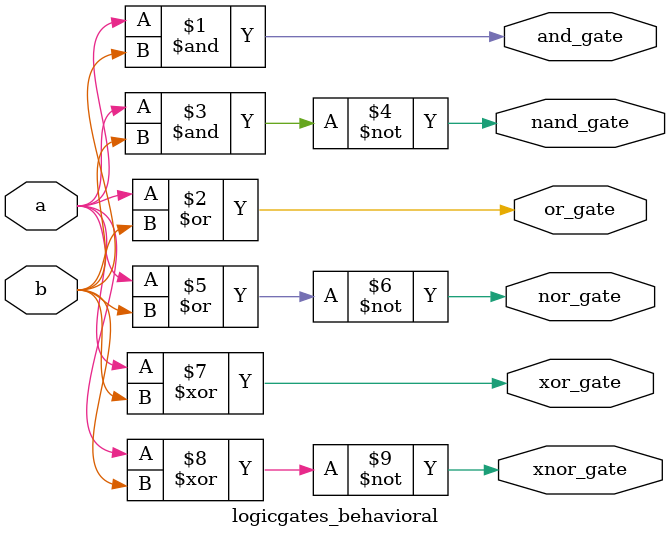
<source format=v>
`timescale 1ns / 1ps


module logicgates_behavioral(
    input a,b,
    output and_gate,or_gate,nand_gate,nor_gate,xor_gate,xnor_gate
    );
    assign and_gate = a&b;
    assign or_gate = a|b;
    assign nand_gate = ~(a&b);
    assign nor_gate = ~(a|b);
    assign xor_gate = a^b;
    assign xnor_gate = ~(a^b); 
endmodule

</source>
